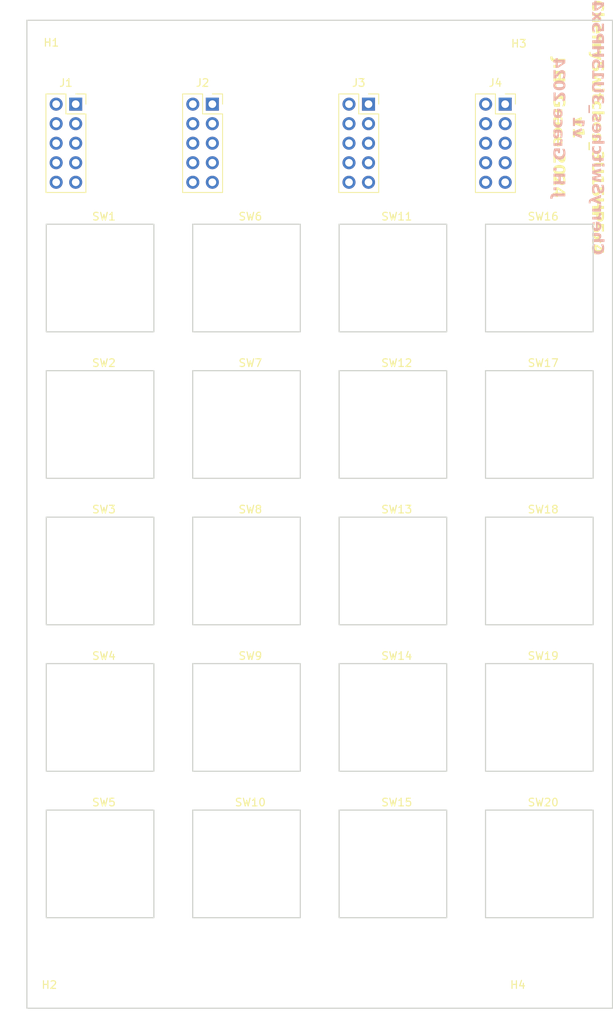
<source format=kicad_pcb>
(kicad_pcb (version 20240108) (generator "pcbnew") (generator_version "8.0")
  (layers (0 "F.Cu" signal) (31 "B.Cu" signal) (34 "B.Paste" user) (35 "F.Paste" user) (36 "B.SilkS" user "B.Silkscreen") (37 "F.SilkS" user "F.Silkscreen") (38 "B.Mask" user) (39 "F.Mask" user) (44 "Edge.Cuts" user))
  (net 0 "")
  (footprint "EXC:SW_Cherry_MX_1.00u_Mount" (layer "F.Cu") (at 66.675 93.1)
    (property "Reference" "SW19" (at 0.5 -8 0) (layer "F.SilkS"))
    (property "Value" "SW_SPST")
    (fp_rect (start -7 -7) (end 7 7) (stroke (width 0.15)) (fill none) (layer "Edge.Cuts"))
  )
  (footprint "EXC:SW_Cherry_MX_1.00u_Mount" (layer "F.Cu") (at 9.52497 55)
    (property "Reference" "SW2" (at 0.5 -8 0) (layer "F.SilkS"))
    (property "Value" "SW_SPST")
    (fp_rect (start -7 -7) (end 7 7) (stroke (width 0.15)) (fill none) (layer "Edge.Cuts"))
  )
  (footprint "EXC:SW_Cherry_MX_1.00u_Mount" (layer "F.Cu") (at 66.675 35.95)
    (property "Reference" "SW16" (at 0.5 -8 0) (layer "F.SilkS"))
    (property "Value" "SW_SPST")
    (fp_rect (start -7 -7) (end 7 7) (stroke (width 0.15)) (fill none) (layer "Edge.Cuts"))
  )
  (footprint "MountingHole:MountingHole_3.2mm_M3" (layer "F.Cu") (at 68.5796 127.925)
    (property "Reference" "H4" (at -4.6986 -0.036 0) (layer "F.SilkS"))
    (property "Value" "MountingHole")
    (pad "" np_thru_hole circle (at 0 0) (size 3.2 3.2) (drill 3.2) (layers "*.Cu" "*.Mask"))
  )
  (footprint "MountingHole:MountingHole_3.2mm_M3" (layer "F.Cu") (at 7.61962 127.925)
    (property "Reference" "H2" (at -4.69862 -0.036 0) (layer "F.SilkS"))
    (property "Value" "MountingHole")
    (pad "" np_thru_hole circle (at 0 0) (size 3.2 3.2) (drill 3.2) (layers "*.Cu" "*.Mask"))
  )
  (footprint "EXC:SW_Cherry_MX_1.00u_Mount" (layer "F.Cu") (at 9.52497 112.15)
    (property "Reference" "SW5" (at 0.5 -8 0) (layer "F.SilkS"))
    (property "Value" "SW_SPST")
    (fp_rect (start -7 -7) (end 7 7) (stroke (width 0.15)) (fill none) (layer "Edge.Cuts"))
  )
  (footprint "Connector_PinSocket_2.54mm:PinSocket_2x05_P2.54mm_Vertical" (layer "F.Cu") (at 62.23 13.335)
    (property "Reference" "J4" (at -1.27 -2.77 0) (layer "F.SilkS"))
    (property "Value" "Conn_02x05_Odd_Even")
    (fp_line (start -3.87 -1.33) (end -3.87 11.49) (stroke (width 0.12)) (layer "F.SilkS"))
    (fp_line (start -3.87 -1.33) (end -1.27 -1.33) (stroke (width 0.12)) (layer "F.SilkS"))
    (fp_line (start -3.87 11.49) (end 1.33 11.49) (stroke (width 0.12)) (layer "F.SilkS"))
    (fp_line (start -1.27 -1.33) (end -1.27 1.27) (stroke (width 0.12)) (layer "F.SilkS"))
    (fp_line (start -1.27 1.27) (end 1.33 1.27) (stroke (width 0.12)) (layer "F.SilkS"))
    (fp_line (start 0 -1.33) (end 1.33 -1.33) (stroke (width 0.12)) (layer "F.SilkS"))
    (fp_line (start 1.33 -1.33) (end 1.33 0) (stroke (width 0.12)) (layer "F.SilkS"))
    (fp_line (start 1.33 1.27) (end 1.33 11.49) (stroke (width 0.12)) (layer "F.SilkS"))
    (pad "1" thru_hole rect (at 0 0) (size 1.7 1.7) (drill 1) (layers "*.Cu" "*.Mask"))
    (pad "2" thru_hole oval (at -2.54 0) (size 1.7 1.7) (drill 1) (layers "*.Cu" "*.Mask"))
    (pad "3" thru_hole oval (at 0 2.54) (size 1.7 1.7) (drill 1) (layers "*.Cu" "*.Mask"))
    (pad "4" thru_hole oval (at -2.54 2.54) (size 1.7 1.7) (drill 1) (layers "*.Cu" "*.Mask"))
    (pad "5" thru_hole oval (at 0 5.08) (size 1.7 1.7) (drill 1) (layers "*.Cu" "*.Mask"))
    (pad "6" thru_hole oval (at -2.54 5.08) (size 1.7 1.7) (drill 1) (layers "*.Cu" "*.Mask"))
    (pad "7" thru_hole oval (at 0 7.62) (size 1.7 1.7) (drill 1) (layers "*.Cu" "*.Mask"))
    (pad "8" thru_hole oval (at -2.54 7.62) (size 1.7 1.7) (drill 1) (layers "*.Cu" "*.Mask"))
    (pad "9" thru_hole oval (at 0 10.16) (size 1.7 1.7) (drill 1) (layers "*.Cu" "*.Mask"))
    (pad "10" thru_hole oval (at -2.54 10.16) (size 1.7 1.7) (drill 1) (layers "*.Cu" "*.Mask"))
  )
  (footprint "EXC:SW_Cherry_MX_1.00u_Mount" (layer "F.Cu") (at 28.575 55)
    (property "Reference" "SW7" (at 0.5 -8 0) (layer "F.SilkS"))
    (property "Value" "SW_SPST")
    (fp_rect (start -7 -7) (end 7 7) (stroke (width 0.15)) (fill none) (layer "Edge.Cuts"))
  )
  (footprint "MountingHole:MountingHole_3.2mm_M3" (layer "F.Cu") (at 68.5796 5.425)
    (property "Reference" "H3" (at -4.5716 0.036 0) (layer "F.SilkS"))
    (property "Value" "MountingHole")
    (pad "" np_thru_hole circle (at 0 0) (size 3.2 3.2) (drill 3.2) (layers "*.Cu" "*.Mask"))
  )
  (footprint "EXC:SW_Cherry_MX_1.00u_Mount" (layer "F.Cu") (at 47.625 93.1)
    (property "Reference" "SW14" (at 0.5 -8 0) (layer "F.SilkS"))
    (property "Value" "SW_SPST")
    (fp_rect (start -7 -7) (end 7 7) (stroke (width 0.15)) (fill none) (layer "Edge.Cuts"))
  )
  (footprint "Connector_PinSocket_2.54mm:PinSocket_2x05_P2.54mm_Vertical" (layer "F.Cu") (at 6.35 13.335)
    (property "Reference" "J1" (at -1.27 -2.77 0) (layer "F.SilkS"))
    (property "Value" "Conn_02x05_Odd_Even")
    (fp_line (start -3.87 -1.33) (end -3.87 11.49) (stroke (width 0.12)) (layer "F.SilkS"))
    (fp_line (start -3.87 -1.33) (end -1.27 -1.33) (stroke (width 0.12)) (layer "F.SilkS"))
    (fp_line (start -3.87 11.49) (end 1.33 11.49) (stroke (width 0.12)) (layer "F.SilkS"))
    (fp_line (start -1.27 -1.33) (end -1.27 1.27) (stroke (width 0.12)) (layer "F.SilkS"))
    (fp_line (start -1.27 1.27) (end 1.33 1.27) (stroke (width 0.12)) (layer "F.SilkS"))
    (fp_line (start 0 -1.33) (end 1.33 -1.33) (stroke (width 0.12)) (layer "F.SilkS"))
    (fp_line (start 1.33 -1.33) (end 1.33 0) (stroke (width 0.12)) (layer "F.SilkS"))
    (fp_line (start 1.33 1.27) (end 1.33 11.49) (stroke (width 0.12)) (layer "F.SilkS"))
    (pad "1" thru_hole rect (at 0 0) (size 1.7 1.7) (drill 1) (layers "*.Cu" "*.Mask"))
    (pad "2" thru_hole oval (at -2.54 0) (size 1.7 1.7) (drill 1) (layers "*.Cu" "*.Mask"))
    (pad "3" thru_hole oval (at 0 2.54) (size 1.7 1.7) (drill 1) (layers "*.Cu" "*.Mask"))
    (pad "4" thru_hole oval (at -2.54 2.54) (size 1.7 1.7) (drill 1) (layers "*.Cu" "*.Mask"))
    (pad "5" thru_hole oval (at 0 5.08) (size 1.7 1.7) (drill 1) (layers "*.Cu" "*.Mask"))
    (pad "6" thru_hole oval (at -2.54 5.08) (size 1.7 1.7) (drill 1) (layers "*.Cu" "*.Mask"))
    (pad "7" thru_hole oval (at 0 7.62) (size 1.7 1.7) (drill 1) (layers "*.Cu" "*.Mask"))
    (pad "8" thru_hole oval (at -2.54 7.62) (size 1.7 1.7) (drill 1) (layers "*.Cu" "*.Mask"))
    (pad "9" thru_hole oval (at 0 10.16) (size 1.7 1.7) (drill 1) (layers "*.Cu" "*.Mask"))
    (pad "10" thru_hole oval (at -2.54 10.16) (size 1.7 1.7) (drill 1) (layers "*.Cu" "*.Mask"))
  )
  (footprint "EXC:SW_Cherry_MX_1.00u_Mount" (layer "F.Cu") (at 47.625 35.95)
    (property "Reference" "SW11" (at 0.5 -8 0) (layer "F.SilkS"))
    (property "Value" "SW_SPST")
    (fp_rect (start -7 -7) (end 7 7) (stroke (width 0.15)) (fill none) (layer "Edge.Cuts"))
  )
  (footprint "EXC:SW_Cherry_MX_1.00u_Mount" (layer "F.Cu") (at 66.675 74.05)
    (property "Reference" "SW18" (at 0.5 -8 0) (layer "F.SilkS"))
    (property "Value" "SW_SPST")
    (fp_rect (start -7 -7) (end 7 7) (stroke (width 0.15)) (fill none) (layer "Edge.Cuts"))
  )
  (footprint "EXC:SW_Cherry_MX_1.00u_Mount" (layer "F.Cu") (at 28.575 112.15)
    (property "Reference" "SW10" (at 0.5 -8 0) (layer "F.SilkS"))
    (property "Value" "SW_SPST")
    (fp_rect (start -7 -7) (end 7 7) (stroke (width 0.15)) (fill none) (layer "Edge.Cuts"))
  )
  (footprint "Connector_PinSocket_2.54mm:PinSocket_2x05_P2.54mm_Vertical" (layer "F.Cu") (at 24.13 13.335)
    (property "Reference" "J2" (at -1.27 -2.77 0) (layer "F.SilkS"))
    (property "Value" "Conn_02x05_Odd_Even")
    (fp_line (start -3.87 -1.33) (end -3.87 11.49) (stroke (width 0.12)) (layer "F.SilkS"))
    (fp_line (start -3.87 -1.33) (end -1.27 -1.33) (stroke (width 0.12)) (layer "F.SilkS"))
    (fp_line (start -3.87 11.49) (end 1.33 11.49) (stroke (width 0.12)) (layer "F.SilkS"))
    (fp_line (start -1.27 -1.33) (end -1.27 1.27) (stroke (width 0.12)) (layer "F.SilkS"))
    (fp_line (start -1.27 1.27) (end 1.33 1.27) (stroke (width 0.12)) (layer "F.SilkS"))
    (fp_line (start 0 -1.33) (end 1.33 -1.33) (stroke (width 0.12)) (layer "F.SilkS"))
    (fp_line (start 1.33 -1.33) (end 1.33 0) (stroke (width 0.12)) (layer "F.SilkS"))
    (fp_line (start 1.33 1.27) (end 1.33 11.49) (stroke (width 0.12)) (layer "F.SilkS"))
    (pad "1" thru_hole rect (at 0 0) (size 1.7 1.7) (drill 1) (layers "*.Cu" "*.Mask"))
    (pad "2" thru_hole oval (at -2.54 0) (size 1.7 1.7) (drill 1) (layers "*.Cu" "*.Mask"))
    (pad "3" thru_hole oval (at 0 2.54) (size 1.7 1.7) (drill 1) (layers "*.Cu" "*.Mask"))
    (pad "4" thru_hole oval (at -2.54 2.54) (size 1.7 1.7) (drill 1) (layers "*.Cu" "*.Mask"))
    (pad "5" thru_hole oval (at 0 5.08) (size 1.7 1.7) (drill 1) (layers "*.Cu" "*.Mask"))
    (pad "6" thru_hole oval (at -2.54 5.08) (size 1.7 1.7) (drill 1) (layers "*.Cu" "*.Mask"))
    (pad "7" thru_hole oval (at 0 7.62) (size 1.7 1.7) (drill 1) (layers "*.Cu" "*.Mask"))
    (pad "8" thru_hole oval (at -2.54 7.62) (size 1.7 1.7) (drill 1) (layers "*.Cu" "*.Mask"))
    (pad "9" thru_hole oval (at 0 10.16) (size 1.7 1.7) (drill 1) (layers "*.Cu" "*.Mask"))
    (pad "10" thru_hole oval (at -2.54 10.16) (size 1.7 1.7) (drill 1) (layers "*.Cu" "*.Mask"))
  )
  (footprint "EXC:SW_Cherry_MX_1.00u_Mount" (layer "F.Cu") (at 66.675 55)
    (property "Reference" "SW17" (at 0.5 -8 0) (layer "F.SilkS"))
    (property "Value" "SW_SPST")
    (fp_rect (start -7 -7) (end 7 7) (stroke (width 0.15)) (fill none) (layer "Edge.Cuts"))
  )
  (footprint "EXC:SW_Cherry_MX_1.00u_Mount" (layer "F.Cu") (at 9.52497 35.95)
    (property "Reference" "SW1" (at 0.5 -8 0) (layer "F.SilkS"))
    (property "Value" "SW_SPST")
    (fp_rect (start -7 -7) (end 7 7) (stroke (width 0.15)) (fill none) (layer "Edge.Cuts"))
  )
  (footprint "EXC:SW_Cherry_MX_1.00u_Mount" (layer "F.Cu") (at 9.52497 93.1)
    (property "Reference" "SW4" (at 0.5 -8 0) (layer "F.SilkS"))
    (property "Value" "SW_SPST")
    (fp_rect (start -7 -7) (end 7 7) (stroke (width 0.15)) (fill none) (layer "Edge.Cuts"))
  )
  (footprint "EXC:SW_Cherry_MX_1.00u_Mount" (layer "F.Cu") (at 47.625 74.05)
    (property "Reference" "SW13" (at 0.5 -8 0) (layer "F.SilkS"))
    (property "Value" "SW_SPST")
    (fp_rect (start -7 -7) (end 7 7) (stroke (width 0.15)) (fill none) (layer "Edge.Cuts"))
  )
  (footprint "MountingHole:MountingHole_3.2mm_M3" (layer "F.Cu") (at 7.61962 5.425)
    (property "Reference" "H1" (at -4.44462 -0.091 0) (layer "F.SilkS"))
    (property "Value" "MountingHole")
    (pad "" np_thru_hole circle (at 0 0) (size 3.2 3.2) (drill 3.2) (layers "*.Cu" "*.Mask"))
  )
  (footprint "Connector_PinSocket_2.54mm:PinSocket_2x05_P2.54mm_Vertical" (layer "F.Cu") (at 44.45 13.335)
    (property "Reference" "J3" (at -1.27 -2.77 0) (layer "F.SilkS"))
    (property "Value" "Conn_02x05_Odd_Even")
    (fp_line (start -3.87 -1.33) (end -3.87 11.49) (stroke (width 0.12)) (layer "F.SilkS"))
    (fp_line (start -3.87 -1.33) (end -1.27 -1.33) (stroke (width 0.12)) (layer "F.SilkS"))
    (fp_line (start -3.87 11.49) (end 1.33 11.49) (stroke (width 0.12)) (layer "F.SilkS"))
    (fp_line (start -1.27 -1.33) (end -1.27 1.27) (stroke (width 0.12)) (layer "F.SilkS"))
    (fp_line (start -1.27 1.27) (end 1.33 1.27) (stroke (width 0.12)) (layer "F.SilkS"))
    (fp_line (start 0 -1.33) (end 1.33 -1.33) (stroke (width 0.12)) (layer "F.SilkS"))
    (fp_line (start 1.33 -1.33) (end 1.33 0) (stroke (width 0.12)) (layer "F.SilkS"))
    (fp_line (start 1.33 1.27) (end 1.33 11.49) (stroke (width 0.12)) (layer "F.SilkS"))
    (pad "1" thru_hole rect (at 0 0) (size 1.7 1.7) (drill 1) (layers "*.Cu" "*.Mask"))
    (pad "2" thru_hole oval (at -2.54 0) (size 1.7 1.7) (drill 1) (layers "*.Cu" "*.Mask"))
    (pad "3" thru_hole oval (at 0 2.54) (size 1.7 1.7) (drill 1) (layers "*.Cu" "*.Mask"))
    (pad "4" thru_hole oval (at -2.54 2.54) (size 1.7 1.7) (drill 1) (layers "*.Cu" "*.Mask"))
    (pad "5" thru_hole oval (at 0 5.08) (size 1.7 1.7) (drill 1) (layers "*.Cu" "*.Mask"))
    (pad "6" thru_hole oval (at -2.54 5.08) (size 1.7 1.7) (drill 1) (layers "*.Cu" "*.Mask"))
    (pad "7" thru_hole oval (at 0 7.62) (size 1.7 1.7) (drill 1) (layers "*.Cu" "*.Mask"))
    (pad "8" thru_hole oval (at -2.54 7.62) (size 1.7 1.7) (drill 1) (layers "*.Cu" "*.Mask"))
    (pad "9" thru_hole oval (at 0 10.16) (size 1.7 1.7) (drill 1) (layers "*.Cu" "*.Mask"))
    (pad "10" thru_hole oval (at -2.54 10.16) (size 1.7 1.7) (drill 1) (layers "*.Cu" "*.Mask"))
  )
  (footprint "EXC:SW_Cherry_MX_1.00u_Mount" (layer "F.Cu") (at 9.52497 74.05)
    (property "Reference" "SW3" (at 0.5 -8 0) (layer "F.SilkS"))
    (property "Value" "SW_SPST")
    (fp_rect (start -7 -7) (end 7 7) (stroke (width 0.15)) (fill none) (layer "Edge.Cuts"))
  )
  (footprint "EXC:SW_Cherry_MX_1.00u_Mount" (layer "F.Cu") (at 66.675 112.15)
    (property "Reference" "SW20" (at 0.5 -8 0) (layer "F.SilkS"))
    (property "Value" "SW_SPST")
    (fp_rect (start -7 -7) (end 7 7) (stroke (width 0.15)) (fill none) (layer "Edge.Cuts"))
  )
  (footprint "EXC:SW_Cherry_MX_1.00u_Mount" (layer "F.Cu") (at 28.575 74.05)
    (property "Reference" "SW8" (at 0.5 -8 0) (layer "F.SilkS"))
    (property "Value" "SW_SPST")
    (fp_rect (start -7 -7) (end 7 7) (stroke (width 0.15)) (fill none) (layer "Edge.Cuts"))
  )
  (footprint "EXC:SW_Cherry_MX_1.00u_Mount" (layer "F.Cu") (at 47.625 55)
    (property "Reference" "SW12" (at 0.5 -8 0) (layer "F.SilkS"))
    (property "Value" "SW_SPST")
    (fp_rect (start -7 -7) (end 7 7) (stroke (width 0.15)) (fill none) (layer "Edge.Cuts"))
  )
  (footprint "EXC:SW_Cherry_MX_1.00u_Mount" (layer "F.Cu") (at 47.625 112.15)
    (property "Reference" "SW15" (at 0.5 -8 0) (layer "F.SilkS"))
    (property "Value" "SW_SPST")
    (fp_rect (start -7 -7) (end 7 7) (stroke (width 0.15)) (fill none) (layer "Edge.Cuts"))
  )
  (footprint "EXC:SW_Cherry_MX_1.00u_Mount" (layer "F.Cu") (at 28.575 35.95)
    (property "Reference" "SW6" (at 0.5 -8 0) (layer "F.SilkS"))
    (property "Value" "SW_SPST")
    (fp_rect (start -7 -7) (end 7 7) (stroke (width 0.15)) (fill none) (layer "Edge.Cuts"))
  )
  (footprint "EXC:SW_Cherry_MX_1.00u_Mount" (layer "F.Cu") (at 28.575 93.1)
    (property "Reference" "SW9" (at 0.5 -8 0) (layer "F.SilkS"))
    (property "Value" "SW_SPST")
    (fp_rect (start -7 -7) (end 7 7) (stroke (width 0.15)) (fill none) (layer "Edge.Cuts"))
  )
  (gr_rect (start 0 2.425) (end 76.2 130.925) (stroke (width 0.15)) (fill none) (layer "Edge.Cuts"))
  (gr_text "CherrySwitches_3U15HP5x4\nv1\nJ.H. Grace 2024" (at 75.057 16.383 270) (layer "B.SilkS") (effects (font (size 1.5 1.5) (thickness 0.3) (bold yes)) (justify top mirror)))
  (gr_text "CherrySwitches_3U15HP5x4\nv1\nJ.H. Grace 2024" (at 75.057 16.383 270) (layer "F.SilkS") (effects (font (size 1.5 1.5) (thickness 0.3) (bold yes)) (justify top)))
)
</source>
